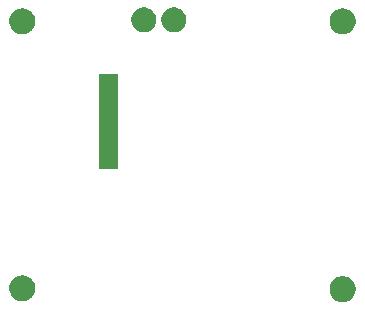
<source format=gbr>
%TF.GenerationSoftware,KiCad,Pcbnew,(5.1.6)-1*%
%TF.CreationDate,2020-11-07T21:34:24+01:00*%
%TF.ProjectId,ArduinoProMicroUSB,41726475-696e-46f5-9072-6f4d6963726f,rev?*%
%TF.SameCoordinates,Original*%
%TF.FileFunction,Soldermask,Bot*%
%TF.FilePolarity,Negative*%
%FSLAX46Y46*%
G04 Gerber Fmt 4.6, Leading zero omitted, Abs format (unit mm)*
G04 Created by KiCad (PCBNEW (5.1.6)-1) date 2020-11-07 21:34:24*
%MOMM*%
%LPD*%
G01*
G04 APERTURE LIST*
%ADD10C,0.100000*%
G04 APERTURE END LIST*
D10*
G36*
X115657794Y-94551155D02*
G01*
X115764150Y-94572311D01*
X115811217Y-94591807D01*
X115964520Y-94655307D01*
X116144844Y-94775795D01*
X116298205Y-94929156D01*
X116418693Y-95109480D01*
X116501689Y-95309851D01*
X116544000Y-95522560D01*
X116544000Y-95739440D01*
X116501689Y-95952149D01*
X116418693Y-96152520D01*
X116298205Y-96332844D01*
X116144844Y-96486205D01*
X115964520Y-96606693D01*
X115917452Y-96626189D01*
X115764150Y-96689689D01*
X115657795Y-96710844D01*
X115551440Y-96732000D01*
X115334560Y-96732000D01*
X115228206Y-96710845D01*
X115121850Y-96689689D01*
X114968548Y-96626189D01*
X114921480Y-96606693D01*
X114741156Y-96486205D01*
X114587795Y-96332844D01*
X114467307Y-96152520D01*
X114384311Y-95952149D01*
X114342000Y-95739440D01*
X114342000Y-95522560D01*
X114384311Y-95309851D01*
X114467307Y-95109480D01*
X114587795Y-94929156D01*
X114741156Y-94775795D01*
X114921480Y-94655307D01*
X115074783Y-94591807D01*
X115121850Y-94572311D01*
X115228205Y-94551156D01*
X115334560Y-94530000D01*
X115551440Y-94530000D01*
X115657794Y-94551155D01*
G37*
G36*
X88543294Y-94487655D02*
G01*
X88649650Y-94508811D01*
X88700804Y-94530000D01*
X88850020Y-94591807D01*
X89030344Y-94712295D01*
X89183705Y-94865656D01*
X89304193Y-95045980D01*
X89387189Y-95246351D01*
X89429500Y-95459060D01*
X89429500Y-95675940D01*
X89387189Y-95888649D01*
X89304193Y-96089020D01*
X89183705Y-96269344D01*
X89030344Y-96422705D01*
X88850020Y-96543193D01*
X88749834Y-96584691D01*
X88649650Y-96626189D01*
X88543295Y-96647344D01*
X88436940Y-96668500D01*
X88220060Y-96668500D01*
X88113705Y-96647344D01*
X88007350Y-96626189D01*
X87907166Y-96584691D01*
X87806980Y-96543193D01*
X87626656Y-96422705D01*
X87473295Y-96269344D01*
X87352807Y-96089020D01*
X87269811Y-95888649D01*
X87227500Y-95675940D01*
X87227500Y-95459060D01*
X87269811Y-95246351D01*
X87352807Y-95045980D01*
X87473295Y-94865656D01*
X87626656Y-94712295D01*
X87806980Y-94591807D01*
X87956196Y-94530000D01*
X88007350Y-94508811D01*
X88113706Y-94487655D01*
X88220060Y-94466500D01*
X88436940Y-94466500D01*
X88543294Y-94487655D01*
G37*
G36*
X96431300Y-85435420D02*
G01*
X94805300Y-85435420D01*
X94805300Y-77386200D01*
X96431300Y-77386200D01*
X96431300Y-85435420D01*
G37*
G36*
X115657794Y-71881655D02*
G01*
X115764150Y-71902811D01*
X115964520Y-71985807D01*
X116144844Y-72106295D01*
X116298205Y-72259656D01*
X116418693Y-72439980D01*
X116501689Y-72640351D01*
X116544000Y-72853060D01*
X116544000Y-73069940D01*
X116501689Y-73282649D01*
X116418693Y-73483020D01*
X116298205Y-73663344D01*
X116144844Y-73816705D01*
X115964520Y-73937193D01*
X115864334Y-73978691D01*
X115764150Y-74020189D01*
X115657795Y-74041344D01*
X115551440Y-74062500D01*
X115334560Y-74062500D01*
X115228205Y-74041344D01*
X115121850Y-74020189D01*
X115021666Y-73978691D01*
X114921480Y-73937193D01*
X114741156Y-73816705D01*
X114587795Y-73663344D01*
X114467307Y-73483020D01*
X114384311Y-73282649D01*
X114342000Y-73069940D01*
X114342000Y-72853060D01*
X114384311Y-72640351D01*
X114467307Y-72439980D01*
X114587795Y-72259656D01*
X114741156Y-72106295D01*
X114921480Y-71985807D01*
X115121850Y-71902811D01*
X115228206Y-71881655D01*
X115334560Y-71860500D01*
X115551440Y-71860500D01*
X115657794Y-71881655D01*
G37*
G36*
X88543294Y-71881655D02*
G01*
X88649650Y-71902811D01*
X88850020Y-71985807D01*
X89030344Y-72106295D01*
X89183705Y-72259656D01*
X89304193Y-72439980D01*
X89387189Y-72640351D01*
X89429500Y-72853060D01*
X89429500Y-73069940D01*
X89387189Y-73282649D01*
X89304193Y-73483020D01*
X89183705Y-73663344D01*
X89030344Y-73816705D01*
X88850020Y-73937193D01*
X88749834Y-73978691D01*
X88649650Y-74020189D01*
X88543295Y-74041344D01*
X88436940Y-74062500D01*
X88220060Y-74062500D01*
X88113705Y-74041344D01*
X88007350Y-74020189D01*
X87907166Y-73978691D01*
X87806980Y-73937193D01*
X87626656Y-73816705D01*
X87473295Y-73663344D01*
X87352807Y-73483020D01*
X87269811Y-73282649D01*
X87227500Y-73069940D01*
X87227500Y-72853060D01*
X87269811Y-72640351D01*
X87352807Y-72439980D01*
X87473295Y-72259656D01*
X87626656Y-72106295D01*
X87806980Y-71985807D01*
X88007350Y-71902811D01*
X88113706Y-71881655D01*
X88220060Y-71860500D01*
X88436940Y-71860500D01*
X88543294Y-71881655D01*
G37*
G36*
X98919265Y-71833120D02*
G01*
X99108788Y-71911623D01*
X99279354Y-72025592D01*
X99424408Y-72170646D01*
X99538377Y-72341212D01*
X99538378Y-72341214D01*
X99616880Y-72530735D01*
X99656900Y-72731931D01*
X99656900Y-72937069D01*
X99616880Y-73138265D01*
X99538377Y-73327788D01*
X99424408Y-73498354D01*
X99279354Y-73643408D01*
X99108788Y-73757377D01*
X99108787Y-73757378D01*
X99108786Y-73757378D01*
X98919265Y-73835880D01*
X98718070Y-73875900D01*
X98512930Y-73875900D01*
X98311735Y-73835880D01*
X98122214Y-73757378D01*
X98122213Y-73757378D01*
X98122212Y-73757377D01*
X97951646Y-73643408D01*
X97806592Y-73498354D01*
X97692623Y-73327788D01*
X97614120Y-73138265D01*
X97574100Y-72937069D01*
X97574100Y-72731931D01*
X97614120Y-72530735D01*
X97692622Y-72341214D01*
X97692623Y-72341212D01*
X97806592Y-72170646D01*
X97951646Y-72025592D01*
X98122212Y-71911623D01*
X98311735Y-71833120D01*
X98512930Y-71793100D01*
X98718070Y-71793100D01*
X98919265Y-71833120D01*
G37*
G36*
X101459265Y-71833120D02*
G01*
X101648788Y-71911623D01*
X101819354Y-72025592D01*
X101964408Y-72170646D01*
X102078377Y-72341212D01*
X102078378Y-72341214D01*
X102156880Y-72530735D01*
X102196900Y-72731931D01*
X102196900Y-72937069D01*
X102156880Y-73138265D01*
X102078377Y-73327788D01*
X101964408Y-73498354D01*
X101819354Y-73643408D01*
X101648788Y-73757377D01*
X101648787Y-73757378D01*
X101648786Y-73757378D01*
X101459265Y-73835880D01*
X101258070Y-73875900D01*
X101052930Y-73875900D01*
X100851735Y-73835880D01*
X100662214Y-73757378D01*
X100662213Y-73757378D01*
X100662212Y-73757377D01*
X100491646Y-73643408D01*
X100346592Y-73498354D01*
X100232623Y-73327788D01*
X100154120Y-73138265D01*
X100114100Y-72937069D01*
X100114100Y-72731931D01*
X100154120Y-72530735D01*
X100232622Y-72341214D01*
X100232623Y-72341212D01*
X100346592Y-72170646D01*
X100491646Y-72025592D01*
X100662212Y-71911623D01*
X100851735Y-71833120D01*
X101052930Y-71793100D01*
X101258070Y-71793100D01*
X101459265Y-71833120D01*
G37*
M02*

</source>
